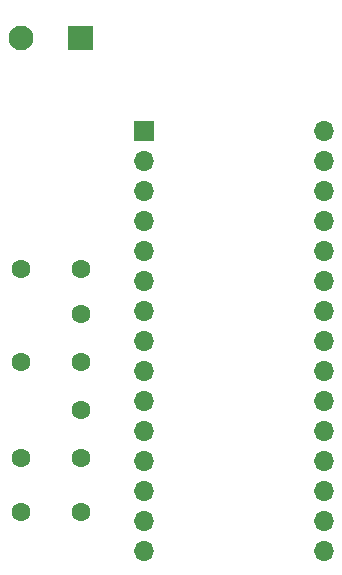
<source format=gbr>
%TF.GenerationSoftware,KiCad,Pcbnew,(5.1.9)-1*%
%TF.CreationDate,2023-04-30T12:58:08+02:00*%
%TF.ProjectId,NANO_Bot,4e414e4f-5f42-46f7-942e-6b696361645f,rev?*%
%TF.SameCoordinates,Original*%
%TF.FileFunction,Soldermask,Bot*%
%TF.FilePolarity,Negative*%
%FSLAX46Y46*%
G04 Gerber Fmt 4.6, Leading zero omitted, Abs format (unit mm)*
G04 Created by KiCad (PCBNEW (5.1.9)-1) date 2023-04-30 12:58:08*
%MOMM*%
%LPD*%
G01*
G04 APERTURE LIST*
%ADD10C,1.600000*%
%ADD11O,1.700000X1.700000*%
%ADD12C,2.100000*%
G04 APERTURE END LIST*
D10*
%TO.C,LP_rund*%
X111506000Y-344932000D03*
%TD*%
%TO.C,LP_rund*%
X111506000Y-340360000D03*
%TD*%
%TO.C,LP_rund*%
X116586000Y-344932000D03*
%TD*%
%TO.C,LP_rund*%
X116586000Y-336296000D03*
%TD*%
%TO.C,LP_rund*%
X116586000Y-332232000D03*
%TD*%
%TO.C,LP_rund*%
X116586000Y-340360000D03*
%TD*%
%TO.C,LP_rund*%
X116586000Y-328168000D03*
%TD*%
%TO.C,LP_rund*%
X116586000Y-324394284D03*
%TD*%
%TO.C,LP_rund*%
X111506000Y-332232000D03*
%TD*%
%TO.C,LP_rund*%
X111506000Y-324394284D03*
%TD*%
%TO.C,A1*%
G36*
G01*
X121101001Y-313495001D02*
X121101001Y-311895001D01*
G75*
G02*
X121151001Y-311845001I50000J0D01*
G01*
X122751001Y-311845001D01*
G75*
G02*
X122801001Y-311895001I0J-50000D01*
G01*
X122801001Y-313495001D01*
G75*
G02*
X122751001Y-313545001I-50000J0D01*
G01*
X121151001Y-313545001D01*
G75*
G02*
X121101001Y-313495001I0J50000D01*
G01*
G37*
D11*
X137191001Y-345715001D03*
X121951001Y-315235001D03*
X137191001Y-343175001D03*
X121951001Y-317775001D03*
X137191001Y-340635001D03*
X121951001Y-320315001D03*
X137191001Y-338095001D03*
X121951001Y-322855001D03*
X137191001Y-335555001D03*
X121951001Y-325395001D03*
X137191001Y-333015001D03*
X121951001Y-327935001D03*
X137191001Y-330475001D03*
X121951001Y-330475001D03*
X137191001Y-327935001D03*
X121951001Y-333015001D03*
X137191001Y-325395001D03*
X121951001Y-335555001D03*
X137191001Y-322855001D03*
X121951001Y-338095001D03*
X137191001Y-320315001D03*
X121951001Y-340635001D03*
X137191001Y-317775001D03*
X121951001Y-343175001D03*
X137191001Y-315235001D03*
X121951001Y-345715001D03*
X137191001Y-312695001D03*
X121951001Y-348255001D03*
X137191001Y-348255001D03*
%TD*%
D12*
%TO.C,GND*%
X111506000Y-304800000D03*
G36*
G01*
X115536000Y-305800000D02*
X115536000Y-303800000D01*
G75*
G02*
X115586000Y-303750000I50000J0D01*
G01*
X117586000Y-303750000D01*
G75*
G02*
X117636000Y-303800000I0J-50000D01*
G01*
X117636000Y-305800000D01*
G75*
G02*
X117586000Y-305850000I-50000J0D01*
G01*
X115586000Y-305850000D01*
G75*
G02*
X115536000Y-305800000I0J50000D01*
G01*
G37*
%TD*%
M02*

</source>
